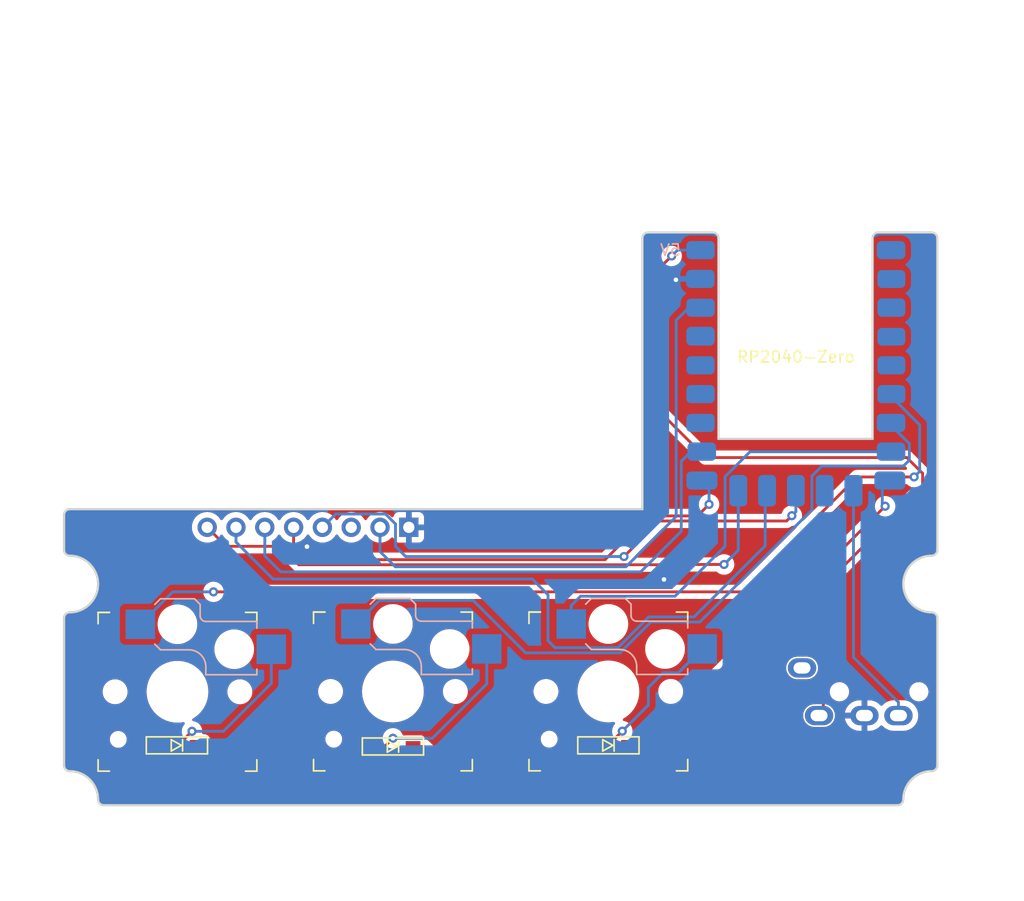
<source format=kicad_pcb>
(kicad_pcb (version 20221018) (generator pcbnew)
  (layers (0 "F.Cu" signal) (31 "B.Cu" signal) (34 "B.Paste" user) (35 "F.Paste" user) (36 "B.SilkS" user "B.Silkscreen") (37 "F.SilkS" user "F.Silkscreen") (38 "B.Mask" user) (39 "F.Mask" user) (44 "Edge.Cuts" user))
  (net 0 "")
  (net 1 "row0")
  (net 2 "Net-(D1-A)")
  (net 3 "Net-(D2-A)")
  (net 4 "Net-(D3-A)")
  (net 6 "data")
  (net 7 "GND")
  (net 8 "VCC")
  (net 9 "3V3")
  (net 11 "MOTION")
  (net 12 "SCLK")
  (net 13 "MOSI")
  (net 14 "MISO")
  (net 15 "CS")
  (net 16 "col0")
  (net 17 "col1")
  (net 18 "col2")
  (footprint "trackmacro:MJ-4PP-9" (layer "F.Cu") (at 96.875 79.6 -90)
    (fp_text reference "J1")
    (fp_text value "MJ-4PP-9" hide)
    (pad "" np_thru_hole circle (at 0 1.5 270) (size 1.2 1.2) (drill 1.2) (layers "F&B.Cu" "*.Mask"))
    (pad "" np_thru_hole circle (at 0 8.5 270) (size 1.2 1.2) (drill 1.2) (layers "F&B.Cu" "*.Mask"))
    (pad "A" thru_hole oval (at -2.1 11.8 270) (size 1.7 2.5) (drill oval 1 1.5) (layers "*.Cu" "*.Mask") (clearance 0.15))
    (pad "B" thru_hole oval (at 2.1 3.3 270) (size 1.7 2.5) (drill oval 1 1.5) (layers "*.Cu" "*.Mask") (net 6 "data"))
    (pad "C" thru_hole oval (at 2.1 6.3 270) (size 1.7 2.5) (drill oval 1 1.5) (layers "*.Cu" "*.Mask") (net 7 "GND"))
    (pad "D" thru_hole oval (at 2.1 10.3 270) (size 1.7 2.5) (drill oval 1 1.5) (layers "*.Cu" "*.Mask") (net 8 "VCC") (clearance 0.15))
  )
  (footprint "trackmacro:Kailh_socket_PG1350" (layer "F.Cu") (at 67.995 79.575 180)
    (fp_text reference "SW3" hide)
    (fp_text value "SW_PUSH")
    (fp_line (start -7 1.5) (end -7 2) (stroke (width 0.15)) (layer "B.SilkS"))
    (fp_line (start -7 5.6) (end -7 6.2) (stroke (width 0.15)) (layer "B.SilkS"))
    (fp_line (start -7 6.2) (end -2.5 6.2) (stroke (width 0.15)) (layer "B.SilkS"))
    (fp_line (start -2.5 1.5) (end -7 1.5) (stroke (width 0.15)) (layer "B.SilkS"))
    (fp_line (start -2.5 2.2) (end -2.5 1.5) (stroke (width 0.15)) (layer "B.SilkS"))
    (fp_line (start -2 6.7) (end -2 7.7) (stroke (width 0.15)) (layer "B.SilkS"))
    (fp_line (start -1.5 8.2) (end -2 7.7) (stroke (width 0.15)) (layer "B.SilkS"))
    (fp_line (start 1.5 3.7) (end -1 3.7) (stroke (width 0.15)) (layer "B.SilkS"))
    (fp_line (start 1.5 8.2) (end -1.5 8.2) (stroke (width 0.15)) (layer "B.SilkS"))
    (fp_line (start 2 4.2) (end 1.5 3.7) (stroke (width 0.15)) (layer "B.SilkS"))
    (fp_line (start 2 7.7) (end 1.5 8.2) (stroke (width 0.15)) (layer "B.SilkS"))
    (fp_arc (start -2.5 6.2) (mid -2.146447 6.346447) (end -2 6.7) (stroke (width 0.15)) (layer "B.SilkS"))
    (fp_arc (start -1 3.7) (mid -2.06066 3.26066) (end -2.5 2.2) (stroke (width 0.15)) (layer "B.SilkS"))
    (fp_line (start -7 -6) (end -7 -7) (stroke (width 0.15)) (layer "F.SilkS"))
    (fp_line (start -7 7) (end -7 6) (stroke (width 0.15)) (layer "F.SilkS"))
    (fp_line (start -7 7) (end -6 7) (stroke (width 0.15)) (layer "F.SilkS"))
    (fp_line (start -6 -7) (end -7 -7) (stroke (width 0.15)) (layer "F.SilkS"))
    (fp_line (start 6 7) (end 7 7) (stroke (width 0.15)) (layer "F.SilkS"))
    (fp_line (start 7 -7) (end 6 -7) (stroke (width 0.15)) (layer "F.SilkS"))
    (fp_line (start 7 -7) (end 7 -6) (stroke (width 0.15)) (layer "F.SilkS"))
    (fp_line (start 7 6) (end 7 7) (stroke (width 0.15)) (layer "F.SilkS"))
    (fp_line (start 7 7) (end 6 7) (stroke (width 0.15)) (layer "F.SilkS"))
    (pad "" np_thru_hole circle (at -5.5 0 180) (size 1.7018 1.7018) (drill 1.7018) (layers "*.Cu" "*.Mask"))
    (pad "" np_thru_hole circle (at -5 3.75 180) (size 3 3) (drill 3) (layers "*.Cu" "*.Mask"))
    (pad "" np_thru_hole circle (at 0 0 180) (size 4.95 4.95) (drill 4.95) (layers "F&B.Cu" "*.Mask"))
    (pad "" np_thru_hole circle (at 0 5.95 180) (size 3 3) (drill 3) (layers "*.Cu" "*.Mask"))
    (pad "" np_thru_hole circle (at 5.22 -4.2 180) (size 0.9906 0.9906) (drill 0.9906) (layers "*.Cu" "*.Mask"))
    (pad "" np_thru_hole circle (at 5.5 0 180) (size 1.7018 1.7018) (drill 1.7018) (layers "*.Cu" "*.Mask"))
    (pad "1" smd rect (at 3.275 5.95 180) (size 2.6 2.6) (layers "B.Cu" "B.Paste" "B.Mask") (net 18 "col2"))
    (pad "2" smd rect (at -8.275 3.75 180) (size 2.6 2.6) (layers "B.Cu" "B.Paste" "B.Mask") (net 4 "Net-(D3-A)"))
  )
  (footprint "trackmacro:Kailh_socket_PG1350" (layer "F.Cu") (at 49 79.575 180)
    (fp_text reference "SW2" hide)
    (fp_text value "SW_PUSH")
    (fp_line (start -7 1.5) (end -7 2) (stroke (width 0.15)) (layer "B.SilkS"))
    (fp_line (start -7 5.6) (end -7 6.2) (stroke (width 0.15)) (layer "B.SilkS"))
    (fp_line (start -7 6.2) (end -2.5 6.2) (stroke (width 0.15)) (layer "B.SilkS"))
    (fp_line (start -2.5 1.5) (end -7 1.5) (stroke (width 0.15)) (layer "B.SilkS"))
    (fp_line (start -2.5 2.2) (end -2.5 1.5) (stroke (width 0.15)) (layer "B.SilkS"))
    (fp_line (start -2 6.7) (end -2 7.7) (stroke (width 0.15)) (layer "B.SilkS"))
    (fp_line (start -1.5 8.2) (end -2 7.7) (stroke (width 0.15)) (layer "B.SilkS"))
    (fp_line (start 1.5 3.7) (end -1 3.7) (stroke (width 0.15)) (layer "B.SilkS"))
    (fp_line (start 1.5 8.2) (end -1.5 8.2) (stroke (width 0.15)) (layer "B.SilkS"))
    (fp_line (start 2 4.2) (end 1.5 3.7) (stroke (width 0.15)) (layer "B.SilkS"))
    (fp_line (start 2 7.7) (end 1.5 8.2) (stroke (width 0.15)) (layer "B.SilkS"))
    (fp_arc (start -2.5 6.2) (mid -2.146447 6.346447) (end -2 6.7) (stroke (width 0.15)) (layer "B.SilkS"))
    (fp_arc (start -1 3.7) (mid -2.06066 3.26066) (end -2.5 2.2) (stroke (width 0.15)) (layer "B.SilkS"))
    (fp_line (start -7 -6) (end -7 -7) (stroke (width 0.15)) (layer "F.SilkS"))
    (fp_line (start -7 7) (end -7 6) (stroke (width 0.15)) (layer "F.SilkS"))
    (fp_line (start -7 7) (end -6 7) (stroke (width 0.15)) (layer "F.SilkS"))
    (fp_line (start -6 -7) (end -7 -7) (stroke (width 0.15)) (layer "F.SilkS"))
    (fp_line (start 6 7) (end 7 7) (stroke (width 0.15)) (layer "F.SilkS"))
    (fp_line (start 7 -7) (end 6 -7) (stroke (width 0.15)) (layer "F.SilkS"))
    (fp_line (start 7 -7) (end 7 -6) (stroke (width 0.15)) (layer "F.SilkS"))
    (fp_line (start 7 6) (end 7 7) (stroke (width 0.15)) (layer "F.SilkS"))
    (fp_line (start 7 7) (end 6 7) (stroke (width 0.15)) (layer "F.SilkS"))
    (pad "" np_thru_hole circle (at -5.5 0 180) (size 1.7018 1.7018) (drill 1.7018) (layers "*.Cu" "*.Mask"))
    (pad "" np_thru_hole circle (at -5 3.75 180) (size 3 3) (drill 3) (layers "*.Cu" "*.Mask"))
    (pad "" np_thru_hole circle (at 0 0 180) (size 4.95 4.95) (drill 4.95) (layers "F&B.Cu" "*.Mask"))
    (pad "" np_thru_hole circle (at 0 5.95 180) (size 3 3) (drill 3) (layers "*.Cu" "*.Mask"))
    (pad "" np_thru_hole circle (at 5.22 -4.2 180) (size 0.9906 0.9906) (drill 0.9906) (layers "*.Cu" "*.Mask"))
    (pad "" np_thru_hole circle (at 5.5 0 180) (size 1.7018 1.7018) (drill 1.7018) (layers "*.Cu" "*.Mask"))
    (pad "1" smd rect (at 3.275 5.95 180) (size 2.6 2.6) (layers "B.Cu" "B.Paste" "B.Mask") (net 17 "col1"))
    (pad "2" smd rect (at -8.275 3.75 180) (size 2.6 2.6) (layers "B.Cu" "B.Paste" "B.Mask") (net 3 "Net-(D2-A)"))
  )
  (footprint "trackmacro:Kailh_socket_PG1350" (layer "F.Cu") (at 30 79.6 180)
    (fp_text reference "SW1" hide)
    (fp_text value "SW_PUSH")
    (fp_line (start -7 1.5) (end -7 2) (stroke (width 0.15)) (layer "B.SilkS"))
    (fp_line (start -7 5.6) (end -7 6.2) (stroke (width 0.15)) (layer "B.SilkS"))
    (fp_line (start -7 6.2) (end -2.5 6.2) (stroke (width 0.15)) (layer "B.SilkS"))
    (fp_line (start -2.5 1.5) (end -7 1.5) (stroke (width 0.15)) (layer "B.SilkS"))
    (fp_line (start -2.5 2.2) (end -2.5 1.5) (stroke (width 0.15)) (layer "B.SilkS"))
    (fp_line (start -2 6.7) (end -2 7.7) (stroke (width 0.15)) (layer "B.SilkS"))
    (fp_line (start -1.5 8.2) (end -2 7.7) (stroke (width 0.15)) (layer "B.SilkS"))
    (fp_line (start 1.5 3.7) (end -1 3.7) (stroke (width 0.15)) (layer "B.SilkS"))
    (fp_line (start 1.5 8.2) (end -1.5 8.2) (stroke (width 0.15)) (layer "B.SilkS"))
    (fp_line (start 2 4.2) (end 1.5 3.7) (stroke (width 0.15)) (layer "B.SilkS"))
    (fp_line (start 2 7.7) (end 1.5 8.2) (stroke (width 0.15)) (layer "B.SilkS"))
    (fp_arc (start -2.5 6.2) (mid -2.146447 6.346447) (end -2 6.7) (stroke (width 0.15)) (layer "B.SilkS"))
    (fp_arc (start -1 3.7) (mid -2.06066 3.26066) (end -2.5 2.2) (stroke (width 0.15)) (layer "B.SilkS"))
    (fp_line (start -7 -6) (end -7 -7) (stroke (width 0.15)) (layer "F.SilkS"))
    (fp_line (start -7 7) (end -7 6) (stroke (width 0.15)) (layer "F.SilkS"))
    (fp_line (start -7 7) (end -6 7) (stroke (width 0.15)) (layer "F.SilkS"))
    (fp_line (start -6 -7) (end -7 -7) (stroke (width 0.15)) (layer "F.SilkS"))
    (fp_line (start 6 7) (end 7 7) (stroke (width 0.15)) (layer "F.SilkS"))
    (fp_line (start 7 -7) (end 6 -7) (stroke (width 0.15)) (layer "F.SilkS"))
    (fp_line (start 7 -7) (end 7 -6) (stroke (width 0.15)) (layer "F.SilkS"))
    (fp_line (start 7 6) (end 7 7) (stroke (width 0.15)) (layer "F.SilkS"))
    (fp_line (start 7 7) (end 6 7) (stroke (width 0.15)) (layer "F.SilkS"))
    (pad "" np_thru_hole circle (at -5.5 0 180) (size 1.7018 1.7018) (drill 1.7018) (layers "*.Cu" "*.Mask"))
    (pad "" np_thru_hole circle (at -5 3.75 180) (size 3 3) (drill 3) (layers "*.Cu" "*.Mask"))
    (pad "" np_thru_hole circle (at 0 0 180) (size 4.95 4.95) (drill 4.95) (layers "F&B.Cu" "*.Mask"))
    (pad "" np_thru_hole circle (at 0 5.95 180) (size 3 3) (drill 3) (layers "*.Cu" "*.Mask"))
    (pad "" np_thru_hole circle (at 5.22 -4.2 180) (size 0.9906 0.9906) (drill 0.9906) (layers "*.Cu" "*.Mask"))
    (pad "" np_thru_hole circle (at 5.5 0 180) (size 1.7018 1.7018) (drill 1.7018) (layers "*.Cu" "*.Mask"))
    (pad "1" smd rect (at 3.275 5.95 180) (size 2.6 2.6) (layers "B.Cu" "B.Paste" "B.Mask") (net 16 "col0"))
    (pad "2" smd rect (at -8.275 3.75 180) (size 2.6 2.6) (layers "B.Cu" "B.Paste" "B.Mask") (net 2 "Net-(D1-A)"))
  )
  (footprint "trackmacro:D3_SMD" (layer "F.Cu") (at 68 84.325 180)
    (fp_text reference "D3" hide)
    (fp_text value "D" hide)
    (fp_line (start -2.7 -0.75) (end -2.7 0.75) (stroke (width 0.15)) (layer "F.SilkS"))
    (fp_line (start -2.7 0.75) (end 2.7 0.75) (stroke (width 0.15)) (layer "F.SilkS"))
    (fp_line (start -0.5 -0.5) (end -0.5 0.5) (stroke (width 0.15)) (layer "F.SilkS"))
    (fp_line (start -0.4 0) (end 0.5 -0.5) (stroke (width 0.15)) (layer "F.SilkS"))
    (fp_line (start 0.5 -0.5) (end 0.5 0.5) (stroke (width 0.15)) (layer "F.SilkS"))
    (fp_line (start 0.5 0.5) (end -0.4 0) (stroke (width 0.15)) (layer "F.SilkS"))
    (fp_line (start 2.7 -0.75) (end -2.7 -0.75) (stroke (width 0.15)) (layer "F.SilkS"))
    (fp_line (start 2.7 -0.75) (end 2.7 0.75) (stroke (width 0.15)) (layer "F.SilkS"))
    (pad "1" smd rect (at -1.775 0 180) (size 1.3 0.95) (layers "F.Cu" "F.Paste" "F.Mask") (net 1 "row0"))
    (pad "2" smd rect (at 1.775 0 180) (size 1.3 0.95) (layers "F.Cu" "F.Paste" "F.Mask") (net 4 "Net-(D3-A)"))
  )
  (footprint "trackmacro:D3_SMD" (layer "F.Cu") (at 29.95 84.325 180)
    (fp_text reference "D1" hide)
    (fp_text value "D" hide)
    (fp_line (start -2.7 -0.75) (end -2.7 0.75) (stroke (width 0.15)) (layer "F.SilkS"))
    (fp_line (start -2.7 0.75) (end 2.7 0.75) (stroke (width 0.15)) (layer "F.SilkS"))
    (fp_line (start -0.5 -0.5) (end -0.5 0.5) (stroke (width 0.15)) (layer "F.SilkS"))
    (fp_line (start -0.4 0) (end 0.5 -0.5) (stroke (width 0.15)) (layer "F.SilkS"))
    (fp_line (start 0.5 -0.5) (end 0.5 0.5) (stroke (width 0.15)) (layer "F.SilkS"))
    (fp_line (start 0.5 0.5) (end -0.4 0) (stroke (width 0.15)) (layer "F.SilkS"))
    (fp_line (start 2.7 -0.75) (end -2.7 -0.75) (stroke (width 0.15)) (layer "F.SilkS"))
    (fp_line (start 2.7 -0.75) (end 2.7 0.75) (stroke (width 0.15)) (layer "F.SilkS"))
    (pad "1" smd rect (at -1.775 0 180) (size 1.3 0.95) (layers "F.Cu" "F.Paste" "F.Mask") (net 1 "row0"))
    (pad "2" smd rect (at 1.775 0 180) (size 1.3 0.95) (layers "F.Cu" "F.Paste" "F.Mask") (net 2 "Net-(D1-A)"))
  )
  (footprint "trackmacro:RP2040-Zero" (layer "F.Cu") (at 74.37 63.515)
    (fp_text reference "RZ1")
    (fp_text value "RP2040-Zero" (at 10.16 -13.45 unlocked) (layer "F.SilkS"))
    (fp_text user "5V" (at -0.9 -22.86 unlocked) (layer "B.SilkS") (effects (justify mirror)))
    (pad "1" smd roundrect (at 17.78 -22.86) (size 2.512 1.6) (drill (offset 0.776 0)) (layers "B.Cu" "B.Paste" "B.Mask"))
    (pad "2" smd roundrect (at 17.78 -20.32) (size 2.4574 1.58) (drill (offset 0.8033 0.01)) (layers "B.Cu" "B.Paste" "B.Mask"))
    (pad "3" smd roundrect (at 17.78 -17.78) (size 2.4574 1.62) (drill (offset 0.8033 -0.01)) (layers "B.Cu" "B.Paste" "B.Mask"))
    (pad "4" smd roundrect (at 17.78 -15.24) (size 2.4574 1.56) (drill (offset 0.8033 0.02)) (layers "B.Cu" "B.Paste" "B.Mask"))
    (pad "5" smd roundrect (at 17.78 -12.7) (size 2.4574 1.6) (drill (offset 0.8033 0)) (layers "B.Cu" "B.Paste" "B.Mask"))
    (pad "6" smd roundrect (at 17.78 -10.16) (size 2.4574 1.6002) (drill (offset 0.8033 0)) (layers "B.Cu" "B.Paste" "B.Mask") (net 16 "col0"))
    (pad "7" smd roundrect (at 17.78 -7.62) (size 2.512 1.6002) (drill (offset 0.776 0)) (layers "B.Cu" "B.Paste" "B.Mask") (net 17 "col1"))
    (pad "8" smd roundrect (at 17.78 -5.08) (size 2.512 1.6201) (drill (offset 0.776 -0.00995)) (layers "B.Cu" "B.Paste" "B.Mask") (net 18 "col2"))
    (pad "9" smd roundrect (at 17.78 -2.54) (size 2.732 1.6002) (drill (offset 0.666 0)) (layers "B.Cu" "B.Paste" "B.Mask") (net 1 "row0"))
    (pad "10" smd roundrect (at 15.24 -2.33) (size 1.6 2.776) (drill (offset 0 0.688)) (layers "B.Cu" "B.Paste" "B.Mask") (net 6 "data"))
    (pad "11" smd roundrect (at 12.7 -2.33) (size 1.5748 2.776) (drill (offset 0 0.688)) (layers "B.Cu" "B.Paste" "B.Mask"))
    (pad "12" smd roundrect (at 10.16 -2.33) (size 1.5748 2.776) (drill (offset 0 0.688)) (layers "B.Cu" "B.Paste" "B.Mask") (net 11 "MOTION"))
    (pad "13" smd roundrect (at 7.62 -2.33) (size 1.5748 2.776) (drill (offset 0 0.688)) (layers "B.Cu" "B.Paste" "B.Mask") (net 14 "MISO"))
    (pad "14" smd roundrect (at 5.08 -2.33) (size 1.5748 2.776) (drill (offset 0 0.688)) (layers "B.Cu" "B.Paste" "B.Mask") (net 15 "CS"))
    (pad "15" smd roundrect (at 2.54 -2.54) (size 2.732 1.6002) (drill (offset -0.666 0)) (layers "B.Cu" "B.Paste" "B.Mask") (net 12 "SCLK"))
    (pad "16" smd roundrect (at 2.54 -5.08) (size 2.524 1.6201) (drill (offset -0.678 -0.00995)) (layers "B.Cu" "B.Paste" "B.Mask") (net 13 "MOSI"))
    (pad "17" smd roundrect (at 2.54 -7.62) (size 2.5 1.6002) (drill (offset -0.786 0)) (layers "B.Cu" "B.Paste" "B.Mask"))
    (pad "18" smd roundrect (at 2.54 -10.16) (size 2.5 1.6002) (drill (offset -0.786 0)) (layers "B.Cu" "B.Paste" "B.Mask"))
    (pad "19" smd roundrect (at 2.54 -12.7) (size 2.492 1.6002) (drill (offset -0.786 0)) (layers "B.Cu" "B.Paste" "B.Mask"))
    (pad "20" smd roundrect (at 2.54 -15.24) (size 2.5 1.6601) (drill (offset -0.786 -0.02995)) (layers "B.Cu" "B.Paste" "B.Mask"))
    (pad "21" smd roundrect (at 2.54 -17.78) (size 2.5 1.6002) (drill (offset -0.786 0)) (layers "B.Cu" "B.Paste" "B.Mask") (net 9 "3V3"))
    (pad "22" smd roundrect (at 2.54 -20.32) (size 2.5 1.6002) (drill (offset -0.8033 0)) (layers "B.Cu" "B.Paste" "B.Mask") (net 7 "GND"))
    (pad "23" smd roundrect (at 2.54 -22.86) (size 2.5 1.6002) (drill (offset -0.786 0)) (layers "B.Cu" "B.Paste" "B.Mask") (net 8 "VCC"))
  )
  (footprint "trackmacro:D3_SMD" (layer "F.Cu") (at 49 84.425 180)
    (fp_text reference "D2" hide)
    (fp_text value "D" hide)
    (fp_line (start -2.7 -0.75) (end -2.7 0.75) (stroke (width 0.15)) (layer "F.SilkS"))
    (fp_line (start -2.7 0.75) (end 2.7 0.75) (stroke (width 0.15)) (layer "F.SilkS"))
    (fp_line (start -0.5 -0.5) (end -0.5 0.5) (stroke (width 0.15)) (layer "F.SilkS"))
    (fp_line (start -0.4 0) (end 0.5 -0.5) (stroke (width 0.15)) (layer "F.SilkS"))
    (fp_line (start 0.5 -0.5) (end 0.5 0.5) (stroke (width 0.15)) (layer "F.SilkS"))
    (fp_line (start 0.5 0.5) (end -0.4 0) (stroke (width 0.15)) (layer "F.SilkS"))
    (fp_line (start 2.7 -0.75) (end -2.7 -0.75) (stroke (width 0.15)) (layer "F.SilkS"))
    (fp_line (start 2.7 -0.75) (end 2.7 0.75) (stroke (width 0.15)) (layer "F.SilkS"))
    (pad "1" smd rect (at -1.775 0 180) (size 1.3 0.95) (layers "F.Cu" "F.Paste" "F.Mask") (net 1 "row0"))
    (pad "2" smd rect (at 1.775 0 180) (size 1.3 0.95) (layers "F.Cu" "F.Paste" "F.Mask") (net 3 "Net-(D2-A)"))
  )
  (footprint "trackmacro:PinSocket_1x08_P2.54mm" (layer "F.Cu") (at 50.4 65.1 -90)
    (fp_text reference "J2" hide)
    (fp_text value "Conn_01x08_Socket")
    (pad "1" thru_hole rect (at 0 0 270) (size 1.7 1.7) (drill 1) (layers "*.Cu" "*.Mask") (net 7 "GND"))
    (pad "2" thru_hole oval (at 0 2.54 270) (size 1.7 1.7) (drill 1) (layers "*.Cu" "*.Mask") (net 9 "3V3"))
    (pad "3" thru_hole oval (at 0 5.08 270) (size 1.7 1.7) (drill 1) (layers "*.Cu" "*.Mask"))
    (pad "4" thru_hole oval (at 0 7.62 270) (size 1.7 1.7) (drill 1) (layers "*.Cu" "*.Mask") (net 11 "MOTION"))
    (pad "5" thru_hole oval (at 0 10.16 270) (size 1.7 1.7) (drill 1) (layers "*.Cu" "*.Mask") (net 12 "SCLK"))
    (pad "6" thru_hole oval (at 0 12.7 270) (size 1.7 1.7) (drill 1) (layers "*.Cu" "*.Mask") (net 13 "MOSI"))
    (pad "7" thru_hole oval (at 0 15.24 270) (size 1.7 1.7) (drill 1) (layers "*.Cu" "*.Mask") (net 14 "MISO"))
    (pad "8" thru_hole oval (at 0 17.78 270) (size 1.7 1.7) (drill 1) (layers "*.Cu" "*.Mask") (net 15 "CS"))
  )
  (gr_line (start 97 39.6) (end 97 67.1) (stroke (width 0.2)) (layer "Edge.Cuts"))
  (gr_line (start 20 86.1) (end 20 73.1) (stroke (width 0.2)) (layer "Edge.Cuts"))
  (gr_arc (start 94 89.1) (mid 93.853553 89.453553) (end 93.5 89.6) (stroke (width 0.2)) (layer "Edge.Cuts"))
  (gr_line (start 97 73.1) (end 97 86.1) (stroke (width 0.2)) (layer "Edge.Cuts"))
  (gr_arc (start 91.3 39.6) (mid 91.446447 39.246447) (end 91.8 39.1) (stroke (width 0.2)) (layer "Edge.Cuts"))
  (gr_arc (start 20.5 67.6) (mid 23 70.1) (end 20.5 72.6) (stroke (width 0.2)) (layer "Edge.Cuts"))
  (gr_line (start 20 67.1) (end 20 64) (stroke (width 0.2)) (layer "Edge.Cuts"))
  (gr_arc (start 71 39.6) (mid 71.146447 39.246447) (end 71.5 39.1) (stroke (width 0.2)) (layer "Edge.Cuts"))
  (gr_arc (start 96.5 39.1) (mid 96.853553 39.246447) (end 97 39.6) (stroke (width 0.2)) (layer "Edge.Cuts"))
  (gr_line (start 77.7 39.6) (end 77.7 57.3) (stroke (width 0.2)) (layer "Edge.Cuts"))
  (gr_arc (start 20.5 86.6) (mid 22.267767 87.332233) (end 23 89.1) (stroke (width 0.2)) (layer "Edge.Cuts"))
  (gr_arc (start 77.2 39.1) (mid 77.553553 39.246447) (end 77.7 39.6) (stroke (width 0.2)) (layer "Edge.Cuts"))
  (gr_arc (start 94 89.1) (mid 94.732233 87.332233) (end 96.5 86.6) (stroke (width 0.2)) (layer "Edge.Cuts"))
  (gr_line (start 91.3 57.3) (end 91.3 39.6) (stroke (width 0.2)) (layer "Edge.Cuts"))
  (gr_arc (start 96.5 72.6) (mid 94 70.1) (end 96.5 67.6) (stroke (width 0.2)) (layer "Edge.Cuts"))
  (gr_line (start 93.5 89.6) (end 23.5 89.6) (stroke (width 0.2)) (layer "Edge.Cuts"))
  (gr_line (start 71 63.5) (end 71 39.6) (stroke (width 0.2)) (layer "Edge.Cuts"))
  (gr_line (start 20.5 63.5) (end 71 63.5) (stroke (width 0.2)) (layer "Edge.Cuts"))
  (gr_arc (start 20.5 67.6) (mid 20.146447 67.453553) (end 20 67.1) (stroke (width 0.2)) (layer "Edge.Cuts"))
  (gr_arc (start 20 73.1) (mid 20.146447 72.746447) (end 20.5 72.6) (stroke (width 0.2)) (layer "Edge.Cuts"))
  (gr_line (start 71.5 39.1) (end 77.2 39.1) (stroke (width 0.2)) (layer "Edge.Cuts"))
  (gr_arc (start 23.5 89.6) (mid 23.146447 89.453553) (end 23 89.1) (stroke (width 0.2)) (layer "Edge.Cuts"))
  (gr_arc (start 20.5 86.6) (mid 20.146447 86.453553) (end 20 86.1) (stroke (width 0.2)) (layer "Edge.Cuts"))
  (gr_arc (start 96.5 72.6) (mid 96.853553 72.746447) (end 97 73.1) (stroke (width 0.2)) (layer "Edge.Cuts"))
  (gr_arc (start 97 86.1) (mid 96.853553 86.453553) (end 96.5 86.6) (stroke (width 0.2)) (layer "Edge.Cuts"))
  (gr_arc (start 97 67.1) (mid 96.853553 67.453553) (end 96.5 67.6) (stroke (width 0.2)) (layer "Edge.Cuts"))
  (gr_line (start 91.8 39.1) (end 96.5 39.1) (stroke (width 0.2)) (layer "Edge.Cuts"))
  (gr_line (start 77.7 57.3) (end 91.3 57.3) (stroke (width 0.2)) (layer "Edge.Cuts"))
  (gr_arc (start 20 64) (mid 20.146447 63.646447) (end 20.5 63.5) (stroke (width 0.2)) (layer "Edge.Cuts"))
  (segment (start 69.775 84.7259) (end 70.9157 84.7259) (width 0.25) (layer "F.Cu") (net 1))
  (segment (start 69.374 85.1269) (end 69.775 84.7259) (width 0.25) (layer "F.Cu") (net 1))
  (segment (start 32.5019 85.2269) (end 49.9731 85.2269) (width 0.25) (layer "F.Cu") (net 1))
  (segment (start 52.4538 85.1269) (end 69.374 85.1269) (width 0.25) (layer "F.Cu") (net 1))
  (segment (start 70.9157 84.7259) (end 92.4023 63.2393) (width 0.25) (layer "F.Cu") (net 1))
  (segment (start 69.775 84.325) (end 69.775 84.7259) (width 0.25) (layer "F.Cu") (net 1))
  (segment (start 31.725 84.45) (end 32.5019 85.2269) (width 0.25) (layer "F.Cu") (net 1))
  (segment (start 51.7519 84.425) (end 52.4538 85.1269) (width 0.25) (layer "F.Cu") (net 1))
  (segment (start 50.775 84.425) (end 51.7519 84.425) (width 0.25) (layer "F.Cu") (net 1))
  (segment (start 49.9731 85.2269) (end 50.775 84.425) (width 0.25) (layer "F.Cu") (net 1))
  (segment (start 31.725 84.325) (end 31.725 84.45) (width 0.25) (layer "F.Cu") (net 1))
  (via (at 92.4023 63.2393) (size 0.8) (drill 0.4) (layers "F.Cu" "B.Cu") (net 1))
  (segment (start 92.15 60.975) (end 92.15 62.987) (width 0.25) (layer "B.Cu") (net 1))
  (segment (start 92.15 62.987) (end 92.4023 63.2393) (width 0.25) (layer "B.Cu") (net 1))
  (segment (start 28.225 84.275) (end 30.09 84.275) (width 0.25) (layer "F.Cu") (net 2))
  (segment (start 30.09 84.275) (end 31.2775 83.0875) (width 0.25) (layer "F.Cu") (net 2))
  (segment (start 28.175 84.325) (end 28.225 84.275) (width 0.25) (layer "F.Cu") (net 2))
  (via (at 31.2775 83.0875) (size 0.8) (drill 0.4) (layers "F.Cu" "B.Cu") (net 2))
  (segment (start 34.0473 83.0875) (end 38.275 78.8598) (width 0.25) (layer "B.Cu") (net 2))
  (segment (start 31.2775 83.0875) (end 34.0473 83.0875) (width 0.25) (layer "B.Cu") (net 2))
  (segment (start 38.275 78.8598) (end 38.275 75.85) (width 0.25) (layer "B.Cu") (net 2))
  (segment (start 47.225 84.425) (end 48.2759 84.425) (width 0.25) (layer "F.Cu") (net 3))
  (segment (start 48.2759 84.425) (end 49 83.7009) (width 0.25) (layer "F.Cu") (net 3))
  (via (at 49 83.7009) (size 0.8) (drill 0.4) (layers "F.Cu" "B.Cu") (net 3))
  (segment (start 57.275 78.8998) (end 57.275 75.825) (width 0.25) (layer "B.Cu") (net 3))
  (segment (start 49 83.7009) (end 52.4739 83.7009) (width 0.25) (layer "B.Cu") (net 3))
  (segment (start 52.4739 83.7009) (end 57.275 78.8998) (width 0.25) (layer "B.Cu") (net 3))
  (segment (start 67.973 84.325) (end 69.2236 83.0744) (width 0.25) (layer "F.Cu") (net 4))
  (segment (start 66.225 84.325) (end 67.973 84.325) (width 0.25) (layer "F.Cu") (net 4))
  (via (at 69.2236 83.0744) (size 0.8) (drill 0.4) (layers "F.Cu" "B.Cu") (net 4))
  (segment (start 69.2236 83.0744) (end 71.525 80.773) (width 0.25) (layer "B.Cu") (net 4))
  (segment (start 72.825 77.925) (end 74.17 77.925) (width 0.25) (layer "B.Cu") (net 4))
  (segment (start 71.525 80.773) (end 71.525 79.225) (width 0.25) (layer "B.Cu") (net 4))
  (segment (start 74.17 77.925) (end 76.27 75.825) (width 0.25) (layer "B.Cu") (net 4))
  (segment (start 71.525 79.225) (end 72.825 77.925) (width 0.25) (layer "B.Cu") (net 4))
  (segment (start 93.575 81.7) (end 93.575 80.5231) (width 0.25) (layer "B.Cu") (net 6))
  (segment (start 89.61 61.185) (end 89.61 76.5581) (width 0.25) (layer "B.Cu") (net 6))
  (segment (start 89.61 76.5581) (end 93.575 80.5231) (width 0.25) (layer "B.Cu") (net 6))
  (via (at 72.9 69.7) (size 0.8) (drill 0.4) (layers "F.Cu" "B.Cu") (net 7))
  (via (at 73.95 43.275) (size 0.8) (drill 0.4) (layers "F.Cu" "B.Cu") (net 7))
  (via (at 41.419349 66.804229) (size 0.8) (drill 0.4) (layers "F.Cu" "B.Cu") (net 7))
  (segment (start 74.03 43.195) (end 73.95 43.275) (width 0.25) (layer "B.Cu") (net 7))
  (segment (start 76.91 43.195) (end 74.03 43.195) (width 0.25) (layer "B.Cu") (net 7))
  (segment (start 95.7086 61.5498) (end 86.95 70.3084) (width 0.25) (layer "F.Cu") (net 8))
  (segment (start 72.35 54.725) (end 76.575 58.95) (width 0.25) (layer "F.Cu") (net 8))
  (segment (start 72.35 42.4) (end 72.35 54.725) (width 0.25) (layer "F.Cu") (net 8))
  (segment (start 95.7086 60.3424) (end 95.7086 61.5498) (width 0.25) (layer "F.Cu") (net 8))
  (segment (start 86.95 81.325) (end 86.575 81.7) (width 0.25) (layer "F.Cu") (net 8))
  (segment (start 86.95 70.3084) (end 86.95 81.325) (width 0.25) (layer "F.Cu") (net 8))
  (segment (start 76.575 58.95) (end 94.3162 58.95) (width 0.25) (layer "F.Cu") (net 8))
  (segment (start 94.3162 58.95) (end 95.7086 60.3424) (width 0.25) (layer "F.Cu") (net 8))
  (segment (start 73.575 41.175) (end 72.35 42.4) (width 0.25) (layer "F.Cu") (net 8))
  (via (at 73.575 41.175) (size 0.8) (drill 0.4) (layers "F.Cu" "B.Cu") (net 8))
  (segment (start 74.095 40.655) (end 76.91 40.655) (width 0.25) (layer "B.Cu") (net 8))
  (segment (start 73.575 41.175) (end 74.095 40.655) (width 0.25) (layer "B.Cu") (net 8))
  (segment (start 49.2 68.575) (end 47.86 67.235) (width 0.25) (layer "B.Cu") (net 9))
  (segment (start 69.55 68.575) (end 49.2 68.575) (width 0.25) (layer "B.Cu") (net 9))
  (segment (start 76.91 45.735) (end 75.09 45.735) (width 0.25) (layer "B.Cu") (net 9))
  (segment (start 73.975 64.15) (end 69.55 68.575) (width 0.25) (layer "B.Cu") (net 9))
  (segment (start 47.86 67.235) (end 47.86 65.1) (width 0.25) (layer "B.Cu") (net 9))
  (segment (start 75.09 45.735) (end 73.975 46.85) (width 0.25) (layer "B.Cu") (net 9))
  (segment (start 73.975 46.85) (end 73.975 64.15) (width 0.25) (layer "B.Cu") (net 9))
  (segment (start 84.175 64.075) (end 83.7094 64.5406) (width 0.25) (layer "F.Cu") (net 11))
  (segment (start 83.7094 64.5406) (end 72.5099 64.5406) (width 0.25) (layer "F.Cu") (net 11))
  (segment (start 72.5099 64.5406) (end 69.375 67.6755) (width 0.25) (layer "F.Cu") (net 11))
  (via (at 84.175 64.075) (size 0.8) (drill 0.4) (layers "F.Cu" "B.Cu") (net 11))
  (via (at 69.375 67.6755) (size 0.8) (drill 0.4) (layers "F.Cu" "B.Cu") (net 11))
  (segment (start 50.1255 67.6755) (end 49.225 66.775) (width 0.25) (layer "B.Cu") (net 11))
  (segment (start 49.225 64.803299) (end 48.346701 63.925) (width 0.25) (layer "B.Cu") (net 11))
  (segment (start 69.375 67.6755) (end 50.1255 67.6755) (width 0.25) (layer "B.Cu") (net 11))
  (segment (start 84.175 64.075) (end 84.53 63.72) (width 0.25) (layer "B.Cu") (net 11))
  (segment (start 48.346701 63.925) (end 43.955 63.925) (width 0.25) (layer "B.Cu") (net 11))
  (segment (start 43.955 63.925) (end 42.78 65.1) (width 0.25) (layer "B.Cu") (net 11))
  (segment (start 49.225 66.775) (end 49.225 64.803299) (width 0.25) (layer "B.Cu") (net 11))
  (segment (start 84.53 63.72) (end 84.53 61.185) (width 0.25) (layer "B.Cu") (net 11))
  (segment (start 40.875 67.95) (end 40.24 67.315) (width 0.25) (layer "F.Cu") (net 12))
  (segment (start 76.875 63.075) (end 75.8594 64.0906) (width 0.25) (layer "F.Cu") (net 12))
  (segment (start 75.8594 64.0906) (end 71.565997 64.0906) (width 0.25) (layer "F.Cu") (net 12))
  (segment (start 40.24 67.315) (end 40.24 65.1) (width 0.25) (layer "F.Cu") (net 12))
  (segment (start 67.706597 67.95) (end 40.875 67.95) (width 0.25) (layer "F.Cu") (net 12))
  (segment (start 71.565997 64.0906) (end 67.706597 67.95) (width 0.25) (layer "F.Cu") (net 12))
  (via (at 76.875 63.075) (size 0.8) (drill 0.4) (layers "F.Cu" "B.Cu") (net 12))
  (segment (start 76.875 63.075) (end 76.875 61.5) (width 0.25) (layer "B.Cu") (net 12))
  (segment (start 76.875 61.5) (end 76.91 61.465) (width 0.25) (layer "B.Cu") (net 12))
  (segment (start 76.91 61.465) (end 76.91 60.975) (width 0.25) (layer "B.Cu") (net 12))
  (segment (start 39.1 69.025) (end 70.85 69.025) (width 0.25) (layer "B.Cu") (net 13))
  (segment (start 74.425 59.275) (end 75.265 58.435) (width 0.25) (layer "B.Cu") (net 13))
  (segment (start 70.85 69.025) (end 74.425 65.45) (width 0.25) (layer "B.Cu") (net 13))
  (segment (start 37.7 67.625) (end 39.1 69.025) (width 0.25) (layer "B.Cu") (net 13))
  (segment (start 75.265 58.435) (end 76.91 58.435) (width 0.25) (layer "B.Cu") (net 13))
  (segment (start 74.425 65.45) (end 74.425 59.275) (width 0.25) (layer "B.Cu") (net 13))
  (segment (start 37.7 65.1) (end 37.7 67.625) (width 0.25) (layer "B.Cu") (net 13))
  (segment (start 81.99 61.185) (end 81.825 61.35) (width 0.25) (layer "B.Cu") (net 14))
  (segment (start 75.55 73) (end 71.5572 73) (width 0.25) (layer "B.Cu") (net 14))
  (segment (start 71.5572 73) (end 68.8464 75.7108) (width 0.25) (layer "B.Cu") (net 14))
  (segment (start 68.8464 75.7108) (end 63.2858 75.7108) (width 0.25) (layer "B.Cu") (net 14))
  (segment (start 38.422604 69.659) (end 35.16 66.396396) (width 0.25) (layer "B.Cu") (net 14))
  (segment (start 35.16 66.396396) (end 35.16 65.1) (width 0.25) (layer "B.Cu") (net 14))
  (segment (start 81.825 61.35) (end 81.825 66.725) (width 0.25) (layer "B.Cu") (net 14))
  (segment (start 63.2858 75.7108) (end 62.675 75.1) (width 0.25) (layer "B.Cu") (net 14))
  (segment (start 62.675 71.05) (end 61.284 69.659) (width 0.25) (layer "B.Cu") (net 14))
  (segment (start 81.825 66.725) (end 75.55 73) (width 0.25) (layer "B.Cu") (net 14))
  (segment (start 61.284 69.659) (end 38.422604 69.659) (width 0.25) (layer "B.Cu") (net 14))
  (segment (start 62.675 75.1) (end 62.675 71.05) (width 0.25) (layer "B.Cu") (net 14))
  (segment (start 40.688604 68.4) (end 39.063604 66.775) (width 0.25) (layer "F.Cu") (net 15))
  (segment (start 74.428302 68.375) (end 74.403302 68.4) (width 0.25) (layer "F.Cu") (net 15))
  (segment (start 34.295 66.775) (end 32.62 65.1) (width 0.25) (layer "F.Cu") (net 15))
  (segment (start 39.063604 66.775) (end 34.295 66.775) (width 0.25) (layer "F.Cu") (net 15))
  (segment (start 74.403302 68.4) (end 40.688604 68.4) (width 0.25) (layer "F.Cu") (net 15))
  (segment (start 78.2 68.375) (end 74.428302 68.375) (width 0.25) (layer "F.Cu") (net 15))
  (via (at 78.2 68.375) (size 0.8) (drill 0.4) (layers "F.Cu" "B.Cu") (net 15))
  (segment (start 79.45 67.125) (end 79.45 61.185) (width 0.25) (layer "B.Cu") (net 15))
  (segment (start 78.2 68.375) (end 79.45 67.125) (width 0.25) (layer "B.Cu") (net 15))
  (segment (start 89.9432 60.6568) (end 94.96 60.6568) (width 0.25) (layer "F.Cu") (net 16))
  (segment (start 79.8096 70.7904) (end 89.9432 60.6568) (width 0.25) (layer "F.Cu") (net 16))
  (segment (start 33.175 70.7904) (end 79.8096 70.7904) (width 0.25) (layer "F.Cu") (net 16))
  (via (at 33.175 70.7904) (size 0.8) (drill 0.4) (layers "F.Cu" "B.Cu") (net 16))
  (via (at 94.96 60.6568) (size 0.8) (drill 0.4) (layers "F.Cu" "B.Cu") (net 16))
  (segment (start 94.96 60.6568) (end 95.45 60.1668) (width 0.25) (layer "B.Cu") (net 16))
  (segment (start 29.5846 70.7904) (end 26.725 73.65) (width 0.25) (layer "B.Cu") (net 16))
  (segment (start 92.7354 53.355) (end 92.15 53.355) (width 0.25) (layer "B.Cu") (net 16))
  (segment (start 95.45 56.0696) (end 92.7354 53.355) (width 0.25) (layer "B.Cu") (net 16))
  (segment (start 95.45 60.1668) (end 95.45 56.0696) (width 0.25) (layer "B.Cu") (net 16))
  (segment (start 33.175 70.7904) (end 29.5846 70.7904) (width 0.25) (layer "B.Cu") (net 16))
  (segment (start 86.8177 59.7036) (end 94.0091 59.7036) (width 0.25) (layer "B.Cu") (net 17))
  (segment (start 94.5398 59.1729) (end 94.5398 57.7229) (width 0.25) (layer "B.Cu") (net 17))
  (segment (start 76.05 73.45) (end 85.943 63.557) (width 0.25) (layer "B.Cu") (net 17))
  (segment (start 71.743596 73.45) (end 76.05 73.45) (width 0.25) (layer "B.Cu") (net 17))
  (segment (start 47.8019 71.5481) (end 56.0771 71.5481) (width 0.25) (layer "B.Cu") (net 17))
  (segment (start 94.5398 57.7229) (end 92.7119 55.895) (width 0.25) (layer "B.Cu") (net 17))
  (segment (start 92.7119 55.895) (end 92.15 55.895) (width 0.25) (layer "B.Cu") (net 17))
  (segment (start 85.943 60.5783) (end 86.8177 59.7036) (width 0.25) (layer "B.Cu") (net 17))
  (segment (start 85.943 63.557) (end 85.943 60.5783) (width 0.25) (layer "B.Cu") (net 17))
  (segment (start 69.024496 76.1691) (end 71.743596 73.45) (width 0.25) (layer "B.Cu") (net 17))
  (segment (start 56.0771 71.5481) (end 60.6981 76.1691) (width 0.25) (layer "B.Cu") (net 17))
  (segment (start 60.6981 76.1691) (end 69.024496 76.1691) (width 0.25) (layer "B.Cu") (net 17))
  (segment (start 45.725 73.625) (end 47.8019 71.5481) (width 0.25) (layer "B.Cu") (net 17))
  (segment (start 94.0091 59.7036) (end 94.5398 59.1729) (width 0.25) (layer "B.Cu") (net 17))
  (segment (start 80.4834 58.435) (end 78.2848 60.6336) (width 0.25) (layer "B.Cu") (net 18))
  (segment (start 64.72 71.9981) (end 64.72 73.625) (width 0.25) (layer "B.Cu") (net 18))
  (segment (start 73.875 71.175) (end 65.5431 71.175) (width 0.25) (layer "B.Cu") (net 18))
  (segment (start 92.15 58.435) (end 80.4834 58.435) (width 0.25) (layer "B.Cu") (net 18))
  (segment (start 65.5431 71.175) (end 64.72 71.9981) (width 0.25) (layer "B.Cu") (net 18))
  (segment (start 78.2848 66.7652) (end 73.875 71.175) (width 0.25) (layer "B.Cu") (net 18))
  (segment (start 78.2848 60.6336) (end 78.2848 66.7652) (width 0.25) (layer "B.Cu") (net 18))
  (zone (net 7) (net_name "GND") (layers "F&B.Cu") (connect_pads (clearance 0.5)) (min_thickness 0.25) (fill yes (thermal_gap 0.5) (thermal_bridge_width 0.5))
    (polygon (pts (xy 14.35 19.175) (xy 14.45 98.075) (xy 104.65 96.65) (xy 103.8 18.6)))
  )
)
</source>
